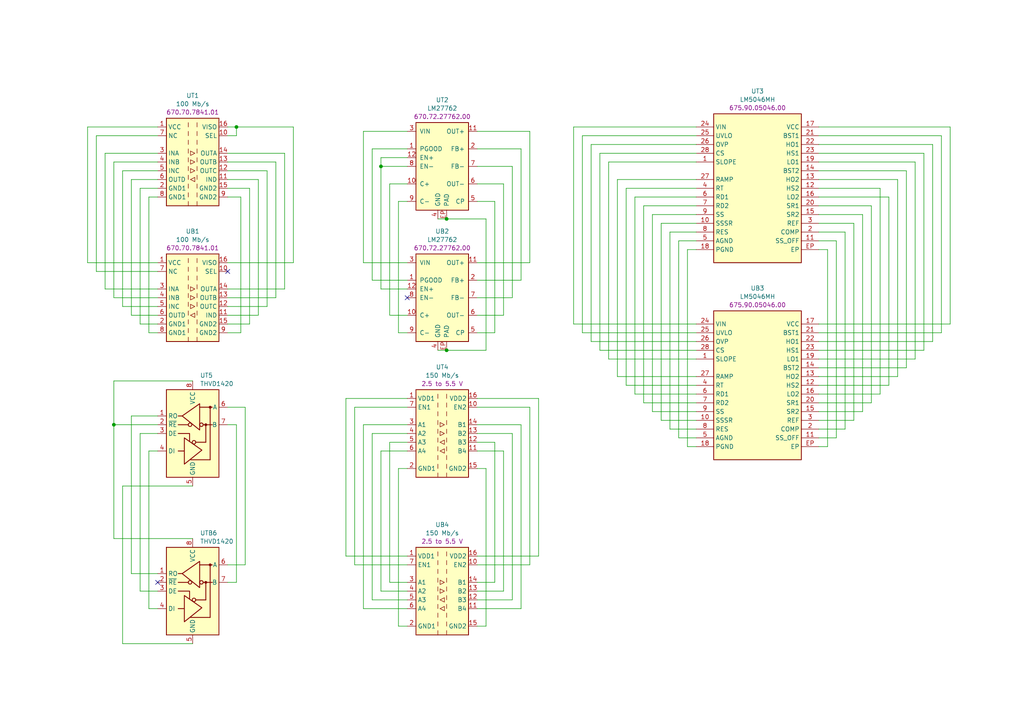
<source format=kicad_sch>
(kicad_sch (version 20250114) (generator "eeschema") (generator_version "9.0")
  (paper "A4")
  (title_block (title "CQ2") (date "2024-08-03") (rev "0") (comment 1 "CPCI/S Controlled Dual PSU") (comment 2 "Manfred Schmitz") (comment 3 "tbd") (comment 4 "2024-07-03") (comment 5 "tbd") (comment 6 "A"))
  (lib_symbols
    (symbol "ci4rail-database:integrated/129"
      (property "Reference" "U44" (at 0 28.1587 0))
      (property "Value" "LM5046MH" (at 0 25.7344 0))
      (property "ERP2" "675.90.05046.00" (at 0 23.3101 0))
      (symbol "integrated/129_1_1"
        (rectangle (start -12.7 21.59) (end 12.7 -21.59) (stroke (width 0.254)) (fill (type background)))
        (pin passive line (at -17.78 17.78 0) (length 5.08) (name "VIN") (number "24"))
        (pin passive line (at -17.78 15.24 0) (length 5.08) (name "UVLO") (number "25"))
        (pin passive line (at -17.78 12.7 0) (length 5.08) (name "OVP") (number "26"))
        (pin passive line (at -17.78 10.16 0) (length 5.08) (name "CS") (number "28"))
        (pin passive line (at -17.78 7.62 0) (length 5.08) (name "SLOPE") (number "1"))
        (pin passive line (at -17.78 2.54 0) (length 5.08) (name "RAMP") (number "27"))
        (pin passive line (at -17.78 0 0) (length 5.08) (name "RT") (number "4"))
        (pin passive line (at -17.78 -2.54 0) (length 5.08) (name "RD1") (number "6"))
        (pin passive line (at -17.78 -5.08 0) (length 5.08) (name "RD2") (number "7"))
        (pin passive line (at -17.78 -7.62 0) (length 5.08) (name "SS") (number "9"))
        (pin passive line (at -17.78 -10.16 0) (length 5.08) (name "SSSR") (number "10"))
        (pin passive line (at -17.78 -12.7 0) (length 5.08) (name "RES") (number "8"))
        (pin passive line (at -17.78 -15.24 0) (length 5.08) (name "AGND") (number "5"))
        (pin passive line (at -17.78 -17.78 0) (length 5.08) (name "PGND") (number "18"))
        (pin passive line (at 17.78 17.78 180) (length 5.08) (name "VCC") (number "17"))
        (pin passive line (at 17.78 15.24 180) (length 5.08) (name "BST1") (number "21"))
        (pin passive line (at 17.78 12.7 180) (length 5.08) (name "HO1") (number "22"))
        (pin passive line (at 17.78 10.16 180) (length 5.08) (name "HS1") (number "23"))
        (pin passive line (at 17.78 7.62 180) (length 5.08) (name "LO1") (number "19"))
        (pin passive line (at 17.78 5.08 180) (length 5.08) (name "BST2") (number "14"))
        (pin passive line (at 17.78 2.54 180) (length 5.08) (name "HO2") (number "13"))
        (pin passive line (at 17.78 0 180) (length 5.08) (name "HS2") (number "12"))
        (pin passive line (at 17.78 -2.54 180) (length 5.08) (name "LO2") (number "16"))
        (pin passive line (at 17.78 -5.08 180) (length 5.08) (name "SR1") (number "20"))
        (pin passive line (at 17.78 -7.62 180) (length 5.08) (name "SR2") (number "15"))
        (pin passive line (at 17.78 -10.16 180) (length 5.08) (name "REF") (number "3"))
        (pin passive line (at 17.78 -12.7 180) (length 5.08) (name "COMP") (number "2"))
        (pin passive line (at 17.78 -15.24 180) (length 5.08) (name "SS_OFF") (number "11"))
        (pin passive line (at 17.78 -17.78 180) (length 5.08) (name "EP") (number "EP"))
      )
    )
    (symbol "ci4rail-database:integrated/135"
      (property "Reference" "U21" (at -0.508 16.51 0))
      (property "Value" "100 Mb/s" (at 0.508 13.97 0))
      (symbol "integrated/135_0_1"
        (rectangle (start -7.62 12.7) (end 7.62 -12.7) (stroke (width 0.254)) (fill (type background)))
        (polyline (pts (xy -1.27 11.43) (xy -1.27 10.16)))
        (polyline (pts (xy -1.27 8.89) (xy -1.27 7.62)))
        (polyline (pts (xy -1.27 6.35) (xy -1.27 5.08)))
        (polyline (pts (xy -1.27 3.81) (xy -1.27 2.54)))
        (polyline (pts (xy -1.27 1.27) (xy -1.27 0)))
        (polyline (pts (xy -1.27 -1.27) (xy -1.27 -2.54)))
        (polyline (pts (xy -1.27 -3.81) (xy -1.27 -5.08)))
        (polyline (pts (xy -1.27 -6.35) (xy -1.27 -7.62)))
        (polyline (pts (xy -1.27 -8.89) (xy -1.27 -10.16)))
        (polyline (pts (xy -1.27 -11.43) (xy -1.27 -12.7)))
        (polyline (pts (xy -0.635 3.175) (xy -0.635 1.905) (xy 0.635 2.54) (xy -0.635 3.175)))
        (polyline (pts (xy -0.635 0.635) (xy -0.635 -0.635) (xy 0.635 0) (xy -0.635 0.635)))
        (polyline (pts (xy -0.635 -1.905) (xy -0.635 -3.175) (xy 0.635 -2.54) (xy -0.635 -1.905)))
        (polyline (pts (xy -0.635 -5.08) (xy 0.635 -4.445) (xy 0.635 -5.715) (xy -0.635 -5.08)))
        (polyline (pts (xy 1.27 11.43) (xy 1.27 10.16)))
        (polyline (pts (xy 1.27 8.89) (xy 1.27 7.62)))
        (polyline (pts (xy 1.27 6.35) (xy 1.27 5.08)))
        (polyline (pts (xy 1.27 3.81) (xy 1.27 2.54)))
        (polyline (pts (xy 1.27 1.27) (xy 1.27 0)))
        (polyline (pts (xy 1.27 -1.27) (xy 1.27 -2.54)))
        (polyline (pts (xy 1.27 -3.81) (xy 1.27 -5.08)))
        (polyline (pts (xy 1.27 -6.35) (xy 1.27 -7.62)))
        (polyline (pts (xy 1.27 -8.89) (xy 1.27 -10.16)))
        (polyline (pts (xy 1.27 -11.43) (xy 1.27 -12.7)))
      )
      (symbol "integrated/135_1_1"
        (pin passive line (at -10.16 10.16 0) (length 2.54) (name "VCC") (number "1"))
        (pin passive line (at -10.16 7.62 0) (length 2.54) (name "NC") (number "7"))
        (pin passive line (at -10.16 2.54 0) (length 2.54) (name "INA") (number "3"))
        (pin passive line (at -10.16 0 0) (length 2.54) (name "INB") (number "4"))
        (pin passive line (at -10.16 -2.54 0) (length 2.54) (name "INC") (number "5"))
        (pin passive line (at -10.16 -5.08 0) (length 2.54) (name "OUTD") (number "6"))
        (pin passive line (at -10.16 -7.62 0) (length 2.54) (name "GND1") (number "2"))
        (pin passive line (at -10.16 -10.16 0) (length 2.54) (name "GND1") (number "8"))
        (pin passive line (at 10.16 10.16 180) (length 2.54) (name "VISO") (number "16"))
        (pin passive line (at 10.16 7.62 180) (length 2.54) (name "SEL") (number "10"))
        (pin passive line (at 10.16 2.54 180) (length 2.54) (name "OUTA") (number "14"))
        (pin passive line (at 10.16 0 180) (length 2.54) (name "OUTB") (number "13"))
        (pin passive line (at 10.16 -2.54 180) (length 2.54) (name "OUTC") (number "12"))
        (pin passive line (at 10.16 -5.08 180) (length 2.54) (name "IND") (number "11"))
        (pin passive line (at 10.16 -7.62 180) (length 2.54) (name "GND2") (number "15"))
        (pin passive line (at 10.16 -10.16 180) (length 2.54) (name "GND2") (number "9"))
      )
    )
    (symbol "ci4rail-database:integrated/144" (pin_names (offset 1.016))
      (property "Reference" "U" (at 0 16.764 0))
      (property "Value" "LM27762" (at 0.508 14.224 0))
      (symbol "integrated/144_0_1"
        (rectangle (start -7.62 12.7) (end 7.62 -12.7) (stroke (width 0.254)) (fill (type background)))
      )
      (symbol "integrated/144_1_1"
        (pin power_in line (at -10.16 10.16 0) (length 2.56) (name "VIN") (number "3"))
        (pin open_collector line (at -10.16 5.08 0) (length 2.56) (name "PGOOD") (number "1"))
        (pin input line (at -10.16 2.54 0) (length 2.56) (name "EN+") (number "12"))
        (pin input line (at -10.16 0 0) (length 2.56) (name "EN-") (number "8"))
        (pin passive line (at -10.16 -5.08 0) (length 2.56) (name "C+") (number "10"))
        (pin passive line (at -10.16 -10.16 0) (length 2.56) (name "C-") (number "9"))
        (pin power_in line (at -1.27 -15.24 90) (length 2.56) (name "GND") (number "4"))
        (pin power_in line (at 1.27 -15.24 90) (length 2.56) (name "PAD") (number "EP"))
        (pin power_out line (at 10.16 10.16 180) (length 2.56) (name "OUT+") (number "11"))
        (pin input line (at 10.16 5.08 180) (length 2.56) (name "FB+") (number "2"))
        (pin input line (at 10.16 0 180) (length 2.56) (name "FB-") (number "7"))
        (pin power_out line (at 10.16 -5.08 180) (length 2.56) (name "OUT-") (number "6"))
        (pin passive line (at 10.16 -10.16 180) (length 2.56) (name "CP") (number "5"))
      )
    )
    (symbol "ci4rail-database:integrated/32"
      (property "Reference" "U" (at -6.985 13.97 0))
      (property "Value" "THVD1420" (at 7.62 13.97 0))
      (symbol "integrated/32_0_1"
        (rectangle (start -7.62 12.7) (end 7.62 -12.7) (stroke (width 0.254)) (fill (type background)))
        (polyline (pts (xy -4.191 2.54) (xy -1.27 2.54)) (stroke (width 0.254)))
        (polyline (pts (xy -4.191 0) (xy -0.889 0) (xy -0.889 -2.286)) (stroke (width 0.254)))
        (polyline (pts (xy -3.175 5.08) (xy -4.191 5.08) (xy -4.064 5.08)) (stroke (width 0.254)))
        (polyline (pts (xy -2.54 -5.08) (xy -4.191 -5.08)) (stroke (width 0.254)))
        (polyline (pts (xy -2.413 -5.08) (xy -2.413 -1.27) (xy 2.667 -4.826) (xy -2.413 -8.89) (xy -2.413 -5.08)) (stroke (width 0.254)))
        (polyline (pts (xy -0.635 -7.62) (xy 5.08 -7.62)) (stroke (width 0.254)))
        (circle (center 0.381 -2.54) (radius 0.508) (stroke (width 0.254)))
        (polyline (pts (xy 0.889 -2.54) (xy 3.81 -2.54)) (stroke (width 0.254)))
        (polyline (pts (xy 2.032 7.62) (xy 5.715 7.62)) (stroke (width 0.254)))
        (polyline (pts (xy 3.048 2.54) (xy 5.715 2.54)) (stroke (width 0.254)))
        (circle (center 3.81 2.54) (radius 0.2794) (stroke (width 0.254)) (fill (type outline)))
        (polyline (pts (xy 3.81 -2.54) (xy 3.81 2.54)) (stroke (width 0.254)))
        (polyline (pts (xy 5.08 -7.62) (xy 5.08 7.62)) (stroke (width 0.254)))
      )
      (symbol "integrated/32_1_1"
        (circle (center -0.762 2.54) (radius 0.508) (stroke (width 0.254)))
        (polyline (pts (xy 2.032 4.826) (xy 2.032 8.636) (xy -3.048 5.08) (xy 2.032 1.016) (xy 2.032 4.826)) (stroke (width 0.254)))
        (circle (center 2.54 2.54) (radius 0.508) (stroke (width 0.254)))
        (circle (center 5.08 7.62) (radius 0.2794) (stroke (width 0.254)) (fill (type outline)))
        (pin passive line (at -10.16 5.08 0) (length 2.54) (name "RO") (number "1"))
        (pin passive line (at -10.16 2.54 0) (length 2.54) (name "~{RE}") (number "2"))
        (pin passive line (at -10.16 0 0) (length 2.54) (name "DE") (number "3"))
        (pin passive line (at -10.16 -5.08 0) (length 2.54) (name "DI") (number "4"))
        (pin passive line (at 0 15.24 270) (length 2.54) (name "VCC") (number "8"))
        (pin passive line (at 0 -15.24 90) (length 2.54) (name "GND") (number "5"))
        (pin passive line (at 10.16 7.62 180) (length 2.54) (name "A") (number "6"))
        (pin passive line (at 10.16 2.54 180) (length 2.54) (name "B") (number "7"))
      )
    )
    (symbol "ci4rail-database:integrated/97"
      (property "Reference" "U" (at 0 15.875 0))
      (property "Value" "150 Mb/s" (at 0 13.97 0))
      (property "Value3" "2.5 to 5.5 V" (at 0 0 0))
      (symbol "integrated/97_0_1"
        (rectangle (start -7.62 12.7) (end 7.62 -12.7) (stroke (width 0.254)) (fill (type background)))
        (polyline (pts (xy -1.27 11.43) (xy -1.27 10.16)))
        (polyline (pts (xy -1.27 8.89) (xy -1.27 7.62)))
        (polyline (pts (xy -1.27 6.35) (xy -1.27 5.08)))
        (polyline (pts (xy -1.27 3.81) (xy -1.27 2.54)))
        (polyline (pts (xy -1.27 1.27) (xy -1.27 0)))
        (polyline (pts (xy -1.27 -1.27) (xy -1.27 -2.54)))
        (polyline (pts (xy -1.27 -3.81) (xy -1.27 -5.08)))
        (polyline (pts (xy -1.27 -6.35) (xy -1.27 -7.62)))
        (polyline (pts (xy -1.27 -8.89) (xy -1.27 -10.16)))
        (polyline (pts (xy -1.27 -11.43) (xy -1.27 -12.7)))
        (polyline (pts (xy -0.635 3.175) (xy -0.635 1.905) (xy 0.635 2.54) (xy -0.635 3.175)))
        (polyline (pts (xy -0.635 0.635) (xy -0.635 -0.635) (xy 0.635 0) (xy -0.635 0.635)))
        (polyline (pts (xy -0.635 -2.54) (xy 0.635 -1.905) (xy 0.635 -3.175) (xy -0.635 -2.54)))
        (polyline (pts (xy -0.635 -5.08) (xy 0.635 -4.445) (xy 0.635 -5.715) (xy -0.635 -5.08)))
        (polyline (pts (xy 1.27 11.43) (xy 1.27 10.16)))
        (polyline (pts (xy 1.27 8.89) (xy 1.27 7.62)))
        (polyline (pts (xy 1.27 6.35) (xy 1.27 5.08)))
        (polyline (pts (xy 1.27 3.81) (xy 1.27 2.54)))
        (polyline (pts (xy 1.27 1.27) (xy 1.27 0)))
        (polyline (pts (xy 1.27 -1.27) (xy 1.27 -2.54)))
        (polyline (pts (xy 1.27 -3.81) (xy 1.27 -5.08)))
        (polyline (pts (xy 1.27 -6.35) (xy 1.27 -7.62)))
        (polyline (pts (xy 1.27 -8.89) (xy 1.27 -10.16)))
        (polyline (pts (xy 1.27 -11.43) (xy 1.27 -12.7)))
      )
      (symbol "integrated/97_1_1"
        (pin passive line (at -10.16 10.16 0) (length 2.54) (name "VDD1") (number "1"))
        (pin passive line (at -10.16 7.62 0) (length 2.54) (name "EN1") (number "7"))
        (pin passive line (at -10.16 2.54 0) (length 2.54) (name "A1") (number "3"))
        (pin passive line (at -10.16 0 0) (length 2.54) (name "A2") (number "4"))
        (pin passive line (at -10.16 -2.54 0) (length 2.54) (name "A3") (number "5"))
        (pin passive line (at -10.16 -5.08 0) (length 2.54) (name "A4") (number "6"))
        (pin passive line (at -10.16 -10.16 0) (length 2.54) (name "GND1") (number "2"))
        (pin passive line (at -10.16 -10.16 0) (length 2.54) (hide yes) (name "GND1") (number "8"))
        (pin passive line (at 10.16 10.16 180) (length 2.54) (name "VDD2") (number "16"))
        (pin passive line (at 10.16 7.62 180) (length 2.54) (name "EN2") (number "10"))
        (pin passive line (at 10.16 2.54 180) (length 2.54) (name "B1") (number "14"))
        (pin passive line (at 10.16 0 180) (length 2.54) (name "B2") (number "13"))
        (pin passive line (at 10.16 -2.54 180) (length 2.54) (name "B3") (number "12"))
        (pin passive line (at 10.16 -5.08 180) (length 2.54) (name "B4") (number "11"))
        (pin passive line (at 10.16 -10.16 180) (length 2.54) (name "GND2") (number "15"))
        (pin passive line (at 10.16 -10.16 180) (length 2.54) (hide yes) (name "GND2") (number "9"))
      )
    )
  )
  (junction (at 129.54 63.5))
  (junction (at 129.54 101.6))
  (junction (at 68.58 36.83))
  (junction (at 33.02 123.19))
  (junction (at 110.49 48.26))
  (no_connect (at 66.04 78.74))
  (no_connect (at 45.72 168.91))
  (no_connect (at 118.11 86.36))
  (wire (pts (xy 148.59 48.26) (xy 138.43 48.26)))
  (wire (pts (xy 40.64 171.45) (xy 45.72 171.45)))
  (wire (pts (xy 107.95 125.73) (xy 118.11 125.73)))
  (wire (pts (xy 118.11 181.61) (xy 115.57 181.61)))
  (wire (pts (xy 35.56 186.69) (xy 35.56 140.97)))
  (wire (pts (xy 201.93 129.54) (xy 199.39 129.54)))
  (wire (pts (xy 237.49 49.53) (xy 262.89 49.53)))
  (wire (pts (xy 66.04 93.98) (xy 72.39 93.98)))
  (wire (pts (xy 146.05 171.45) (xy 146.05 130.81)))
  (wire (pts (xy 237.49 109.22) (xy 260.35 109.22)))
  (wire (pts (xy 237.49 104.14) (xy 265.43 104.14)))
  (wire (pts (xy 153.67 118.11) (xy 138.43 118.11)))
  (wire (pts (xy 173.99 44.45) (xy 173.99 101.6)))
  (wire (pts (xy 257.81 111.76) (xy 257.81 57.15)))
  (wire (pts (xy 242.57 127) (xy 242.57 69.85)))
  (wire (pts (xy 35.56 140.97) (xy 55.88 140.97)))
  (wire (pts (xy 45.72 83.82) (xy 30.48 83.82)))
  (wire (pts (xy 138.43 171.45) (xy 146.05 171.45)))
  (wire (pts (xy 245.11 124.46) (xy 237.49 124.46)))
  (wire (pts (xy 237.49 67.31) (xy 245.11 67.31)))
  (wire (pts (xy 45.72 52.07) (xy 38.1 52.07)))
  (wire (pts (xy 45.72 39.37) (xy 27.94 39.37)))
  (wire (pts (xy 71.12 163.83) (xy 71.12 118.11)))
  (wire (pts (xy 138.43 181.61) (xy 140.97 181.61)))
  (wire (pts (xy 186.69 59.69) (xy 186.69 116.84)))
  (wire (pts (xy 148.59 125.73) (xy 148.59 173.99)))
  (wire (pts (xy 199.39 129.54) (xy 199.39 72.39)))
  (wire (pts (xy 237.49 99.06) (xy 270.51 99.06)))
  (wire (pts (xy 25.4 36.83) (xy 45.72 36.83)))
  (wire (pts (xy 38.1 166.37) (xy 38.1 120.65)))
  (wire (pts (xy 153.67 163.83) (xy 153.67 118.11)))
  (wire (pts (xy 181.61 54.61) (xy 201.93 54.61)))
  (wire (pts (xy 140.97 63.5) (xy 140.97 101.6)))
  (wire (pts (xy 115.57 96.52) (xy 115.57 58.42)))
  (wire (pts (xy 45.72 88.9) (xy 35.56 88.9)))
  (wire (pts (xy 176.53 46.99) (xy 201.93 46.99)))
  (wire (pts (xy 237.49 116.84) (xy 252.73 116.84)))
  (wire (pts (xy 118.11 123.19) (xy 105.41 123.19)))
  (wire (pts (xy 201.93 52.07) (xy 179.07 52.07)))
  (wire (pts (xy 82.55 44.45) (xy 82.55 83.82)))
  (wire (pts (xy 237.49 57.15) (xy 257.81 57.15)))
  (wire (pts (xy 66.04 83.82) (xy 82.55 83.82)))
  (wire (pts (xy 194.31 124.46) (xy 194.31 67.31)))
  (wire (pts (xy 43.18 57.15) (xy 43.18 96.52)))
  (wire (pts (xy 33.02 46.99) (xy 33.02 86.36)))
  (wire (pts (xy 66.04 91.44) (xy 74.93 91.44)))
  (wire (pts (xy 115.57 135.89) (xy 118.11 135.89)))
  (wire (pts (xy 85.09 36.83) (xy 68.58 36.83)))
  (wire (pts (xy 35.56 88.9) (xy 35.56 49.53)))
  (wire (pts (xy 262.89 49.53) (xy 262.89 106.68)))
  (wire (pts (xy 45.72 57.15) (xy 43.18 57.15)))
  (wire (pts (xy 156.21 161.29) (xy 156.21 115.57)))
  (wire (pts (xy 237.49 62.23) (xy 250.19 62.23)))
  (wire (pts (xy 113.03 128.27) (xy 118.11 128.27)))
  (wire (pts (xy 118.11 45.72) (xy 110.49 45.72)))
  (wire (pts (xy 118.11 91.44) (xy 113.03 91.44)))
  (wire (pts (xy 153.67 76.2) (xy 153.67 38.1)))
  (wire (pts (xy 201.93 111.76) (xy 181.61 111.76)))
  (wire (pts (xy 168.91 39.37) (xy 168.91 96.52)))
  (wire (pts (xy 45.72 76.2) (xy 25.4 76.2)))
  (wire (pts (xy 138.43 125.73) (xy 148.59 125.73)))
  (wire (pts (xy 255.27 114.3) (xy 237.49 114.3)))
  (wire (pts (xy 196.85 69.85) (xy 196.85 127)))
  (wire (pts (xy 102.87 163.83) (xy 102.87 118.11)))
  (wire (pts (xy 265.43 104.14) (xy 265.43 46.99)))
  (wire (pts (xy 105.41 176.53) (xy 118.11 176.53)))
  (wire (pts (xy 237.49 93.98) (xy 275.59 93.98)))
  (wire (pts (xy 201.93 93.98) (xy 166.37 93.98)))
  (wire (pts (xy 100.33 161.29) (xy 100.33 115.57)))
  (wire (pts (xy 118.11 83.82) (xy 110.49 83.82)))
  (wire (pts (xy 66.04 36.83) (xy 68.58 36.83)))
  (wire (pts (xy 45.72 166.37) (xy 38.1 166.37)))
  (wire (pts (xy 113.03 168.91) (xy 113.03 128.27)))
  (wire (pts (xy 43.18 130.81) (xy 45.72 130.81)))
  (wire (pts (xy 201.93 69.85) (xy 196.85 69.85)))
  (wire (pts (xy 250.19 62.23) (xy 250.19 119.38)))
  (wire (pts (xy 237.49 127) (xy 242.57 127)))
  (wire (pts (xy 242.57 69.85) (xy 237.49 69.85)))
  (wire (pts (xy 35.56 49.53) (xy 45.72 49.53)))
  (wire (pts (xy 176.53 104.14) (xy 176.53 46.99)))
  (wire (pts (xy 140.97 135.89) (xy 138.43 135.89)))
  (wire (pts (xy 151.13 123.19) (xy 138.43 123.19)))
  (wire (pts (xy 45.72 176.53) (xy 43.18 176.53)))
  (wire (pts (xy 118.11 173.99) (xy 107.95 173.99)))
  (wire (pts (xy 127 101.6) (xy 129.54 101.6)))
  (wire (pts (xy 255.27 54.61) (xy 255.27 114.3)))
  (wire (pts (xy 191.77 121.92) (xy 201.93 121.92)))
  (wire (pts (xy 143.51 168.91) (xy 143.51 128.27)))
  (wire (pts (xy 40.64 54.61) (xy 45.72 54.61)))
  (wire (pts (xy 151.13 176.53) (xy 151.13 123.19)))
  (wire (pts (xy 55.88 186.69) (xy 35.56 186.69)))
  (wire (pts (xy 118.11 96.52) (xy 115.57 96.52)))
  (wire (pts (xy 105.41 123.19) (xy 105.41 176.53)))
  (wire (pts (xy 267.97 44.45) (xy 267.97 101.6)))
  (wire (pts (xy 237.49 39.37) (xy 273.05 39.37)))
  (wire (pts (xy 102.87 118.11) (xy 118.11 118.11)))
  (wire (pts (xy 33.02 86.36) (xy 45.72 86.36)))
  (wire (pts (xy 38.1 52.07) (xy 38.1 91.44)))
  (wire (pts (xy 68.58 123.19) (xy 66.04 123.19)))
  (wire (pts (xy 138.43 168.91) (xy 143.51 168.91)))
  (wire (pts (xy 40.64 125.73) (xy 40.64 171.45)))
  (wire (pts (xy 201.93 39.37) (xy 168.91 39.37)))
  (wire (pts (xy 33.02 123.19) (xy 33.02 110.49)))
  (wire (pts (xy 118.11 81.28) (xy 107.95 81.28)))
  (wire (pts (xy 33.02 123.19) (xy 33.02 156.21)))
  (wire (pts (xy 140.97 181.61) (xy 140.97 135.89)))
  (wire (pts (xy 66.04 86.36) (xy 80.01 86.36)))
  (wire (pts (xy 168.91 96.52) (xy 201.93 96.52)))
  (wire (pts (xy 107.95 81.28) (xy 107.95 43.18)))
  (wire (pts (xy 189.23 62.23) (xy 201.93 62.23)))
  (wire (pts (xy 105.41 38.1) (xy 118.11 38.1)))
  (wire (pts (xy 262.89 106.68) (xy 237.49 106.68)))
  (wire (pts (xy 138.43 91.44) (xy 146.05 91.44)))
  (wire (pts (xy 129.54 63.5) (xy 140.97 63.5)))
  (wire (pts (xy 69.85 96.52) (xy 69.85 57.15)))
  (wire (pts (xy 201.93 119.38) (xy 189.23 119.38)))
  (wire (pts (xy 71.12 118.11) (xy 66.04 118.11)))
  (wire (pts (xy 66.04 168.91) (xy 68.58 168.91)))
  (wire (pts (xy 201.93 59.69) (xy 186.69 59.69)))
  (wire (pts (xy 143.51 58.42) (xy 138.43 58.42)))
  (wire (pts (xy 118.11 76.2) (xy 105.41 76.2)))
  (wire (pts (xy 118.11 163.83) (xy 102.87 163.83)))
  (wire (pts (xy 201.93 114.3) (xy 184.15 114.3)))
  (wire (pts (xy 196.85 127) (xy 201.93 127)))
  (wire (pts (xy 110.49 171.45) (xy 110.49 130.81)))
  (wire (pts (xy 74.93 52.07) (xy 66.04 52.07)))
  (wire (pts (xy 151.13 81.28) (xy 151.13 43.18)))
  (wire (pts (xy 184.15 114.3) (xy 184.15 57.15)))
  (wire (pts (xy 237.49 44.45) (xy 267.97 44.45)))
  (wire (pts (xy 237.49 111.76) (xy 257.81 111.76)))
  (wire (pts (xy 110.49 130.81) (xy 118.11 130.81)))
  (wire (pts (xy 118.11 161.29) (xy 100.33 161.29)))
  (wire (pts (xy 138.43 163.83) (xy 153.67 163.83)))
  (wire (pts (xy 186.69 116.84) (xy 201.93 116.84)))
  (wire (pts (xy 72.39 93.98) (xy 72.39 54.61)))
  (wire (pts (xy 138.43 81.28) (xy 151.13 81.28)))
  (wire (pts (xy 273.05 96.52) (xy 237.49 96.52)))
  (wire (pts (xy 273.05 39.37) (xy 273.05 96.52)))
  (wire (pts (xy 275.59 93.98) (xy 275.59 36.83)))
  (wire (pts (xy 55.88 156.21) (xy 33.02 156.21)))
  (wire (pts (xy 77.47 88.9) (xy 77.47 49.53)))
  (wire (pts (xy 72.39 54.61) (xy 66.04 54.61)))
  (wire (pts (xy 173.99 101.6) (xy 201.93 101.6)))
  (wire (pts (xy 275.59 36.83) (xy 237.49 36.83)))
  (wire (pts (xy 45.72 125.73) (xy 40.64 125.73)))
  (wire (pts (xy 240.03 129.54) (xy 240.03 72.39)))
  (wire (pts (xy 237.49 129.54) (xy 240.03 129.54)))
  (wire (pts (xy 194.31 67.31) (xy 201.93 67.31)))
  (wire (pts (xy 66.04 44.45) (xy 82.55 44.45)))
  (wire (pts (xy 66.04 96.52) (xy 69.85 96.52)))
  (wire (pts (xy 189.23 119.38) (xy 189.23 62.23)))
  (wire (pts (xy 118.11 168.91) (xy 113.03 168.91)))
  (wire (pts (xy 127 63.5) (xy 129.54 63.5)))
  (wire (pts (xy 146.05 91.44) (xy 146.05 53.34)))
  (wire (pts (xy 201.93 99.06) (xy 171.45 99.06)))
  (wire (pts (xy 107.95 43.18) (xy 118.11 43.18)))
  (wire (pts (xy 43.18 96.52) (xy 45.72 96.52)))
  (wire (pts (xy 27.94 78.74) (xy 45.72 78.74)))
  (wire (pts (xy 105.41 76.2) (xy 105.41 38.1)))
  (wire (pts (xy 115.57 58.42) (xy 118.11 58.42)))
  (wire (pts (xy 151.13 43.18) (xy 138.43 43.18)))
  (wire (pts (xy 110.49 48.26) (xy 118.11 48.26)))
  (wire (pts (xy 27.94 39.37) (xy 27.94 78.74)))
  (wire (pts (xy 171.45 99.06) (xy 171.45 41.91)))
  (wire (pts (xy 80.01 46.99) (xy 66.04 46.99)))
  (wire (pts (xy 166.37 36.83) (xy 201.93 36.83)))
  (wire (pts (xy 68.58 39.37) (xy 68.58 36.83)))
  (wire (pts (xy 115.57 181.61) (xy 115.57 135.89)))
  (wire (pts (xy 66.04 88.9) (xy 77.47 88.9)))
  (wire (pts (xy 118.11 171.45) (xy 110.49 171.45)))
  (wire (pts (xy 25.4 76.2) (xy 25.4 36.83)))
  (wire (pts (xy 201.93 124.46) (xy 194.31 124.46)))
  (wire (pts (xy 245.11 67.31) (xy 245.11 124.46)))
  (wire (pts (xy 240.03 72.39) (xy 237.49 72.39)))
  (wire (pts (xy 69.85 57.15) (xy 66.04 57.15)))
  (wire (pts (xy 199.39 72.39) (xy 201.93 72.39)))
  (wire (pts (xy 237.49 121.92) (xy 247.65 121.92)))
  (wire (pts (xy 40.64 93.98) (xy 40.64 54.61)))
  (wire (pts (xy 247.65 121.92) (xy 247.65 64.77)))
  (wire (pts (xy 107.95 173.99) (xy 107.95 125.73)))
  (wire (pts (xy 201.93 64.77) (xy 191.77 64.77)))
  (wire (pts (xy 113.03 53.34) (xy 118.11 53.34)))
  (wire (pts (xy 66.04 163.83) (xy 71.12 163.83)))
  (wire (pts (xy 247.65 64.77) (xy 237.49 64.77)))
  (wire (pts (xy 153.67 38.1) (xy 138.43 38.1)))
  (wire (pts (xy 179.07 52.07) (xy 179.07 109.22)))
  (wire (pts (xy 148.59 86.36) (xy 148.59 48.26)))
  (wire (pts (xy 250.19 119.38) (xy 237.49 119.38)))
  (wire (pts (xy 252.73 59.69) (xy 237.49 59.69)))
  (wire (pts (xy 265.43 46.99) (xy 237.49 46.99)))
  (wire (pts (xy 171.45 41.91) (xy 201.93 41.91)))
  (wire (pts (xy 138.43 161.29) (xy 156.21 161.29)))
  (wire (pts (xy 33.02 110.49) (xy 55.88 110.49)))
  (wire (pts (xy 138.43 128.27) (xy 143.51 128.27)))
  (wire (pts (xy 138.43 96.52) (xy 143.51 96.52)))
  (wire (pts (xy 68.58 168.91) (xy 68.58 123.19)))
  (wire (pts (xy 181.61 111.76) (xy 181.61 54.61)))
  (wire (pts (xy 138.43 76.2) (xy 153.67 76.2)))
  (wire (pts (xy 267.97 101.6) (xy 237.49 101.6)))
  (wire (pts (xy 110.49 48.26) (xy 110.49 83.82)))
  (wire (pts (xy 45.72 93.98) (xy 40.64 93.98)))
  (wire (pts (xy 45.72 46.99) (xy 33.02 46.99)))
  (wire (pts (xy 66.04 76.2) (xy 85.09 76.2)))
  (wire (pts (xy 146.05 130.81) (xy 138.43 130.81)))
  (wire (pts (xy 38.1 91.44) (xy 45.72 91.44)))
  (wire (pts (xy 270.51 99.06) (xy 270.51 41.91)))
  (wire (pts (xy 33.02 123.19) (xy 45.72 123.19)))
  (wire (pts (xy 66.04 39.37) (xy 68.58 39.37)))
  (wire (pts (xy 30.48 83.82) (xy 30.48 44.45)))
  (wire (pts (xy 146.05 53.34) (xy 138.43 53.34)))
  (wire (pts (xy 138.43 86.36) (xy 148.59 86.36)))
  (wire (pts (xy 85.09 76.2) (xy 85.09 36.83)))
  (wire (pts (xy 138.43 176.53) (xy 151.13 176.53)))
  (wire (pts (xy 100.33 115.57) (xy 118.11 115.57)))
  (wire (pts (xy 179.07 109.22) (xy 201.93 109.22)))
  (wire (pts (xy 148.59 173.99) (xy 138.43 173.99)))
  (wire (pts (xy 270.51 41.91) (xy 237.49 41.91)))
  (wire (pts (xy 166.37 93.98) (xy 166.37 36.83)))
  (wire (pts (xy 252.73 116.84) (xy 252.73 59.69)))
  (wire (pts (xy 260.35 109.22) (xy 260.35 52.07)))
  (wire (pts (xy 80.01 86.36) (xy 80.01 46.99)))
  (wire (pts (xy 38.1 120.65) (xy 45.72 120.65)))
  (wire (pts (xy 156.21 115.57) (xy 138.43 115.57)))
  (wire (pts (xy 191.77 64.77) (xy 191.77 121.92)))
  (wire (pts (xy 30.48 44.45) (xy 45.72 44.45)))
  (wire (pts (xy 201.93 44.45) (xy 173.99 44.45)))
  (wire (pts (xy 113.03 91.44) (xy 113.03 53.34)))
  (wire (pts (xy 74.93 91.44) (xy 74.93 52.07)))
  (wire (pts (xy 143.51 96.52) (xy 143.51 58.42)))
  (wire (pts (xy 140.97 101.6) (xy 129.54 101.6)))
  (wire (pts (xy 260.35 52.07) (xy 237.49 52.07)))
  (wire (pts (xy 184.15 57.15) (xy 201.93 57.15)))
  (wire (pts (xy 110.49 45.72) (xy 110.49 48.26)))
  (wire (pts (xy 43.18 176.53) (xy 43.18 130.81)))
  (wire (pts (xy 237.49 54.61) (xy 255.27 54.61)))
  (wire (pts (xy 201.93 104.14) (xy 176.53 104.14)))
  (wire (pts (xy 77.47 49.53) (xy 66.04 49.53)))
  (symbol (lib_id "ci4rail-database:integrated/129") (at 219.71 54.61 0) (unit 1)
    (property "Reference" "UT3" (at 219.71 26.4513 0))
    (property "Value" "LM5046MH" (at 219.71 28.8756 0))
    (property "Footprint" "1-special:integrated-129" (effects (hide yes)))
    (property "Datasheet" "${KICAD_CI4RAIL_DATASHEET_DIR}/integrated-129" (effects (hide yes)))
    (property "Description" "Power Phase-Shifted Full-Bridge PWM Controller" (effects (hide yes)))
    (property "Value1" "14 to 100 V" (effects (hide yes)))
    (property "MPN" "TI LM5046SQ/NOPB" (effects (hide yes)))
    (property "LTB" "2034" (effects (hide yes)))
    (property "ERP1" "integrated-129" (effects (hide yes)))
    (property "ERP2" "675.90.05046.00" (at 219.71 31.2999 0))
    (property "Cost" "4.12" (effects (hide yes)))
    (property "Lifecycle" "review pending CQ2" (effects (hide yes)))
    (property "Outline" "SMT QFN-28 5x5mm" (effects (hide yes)))
  )
  (symbol (lib_id "ci4rail-database:integrated/97") (at 128.27 171.45 0) (unit 1)
    (property "Reference" "UB4" (at 128.27 152.1813 0))
    (property "Value" "150 Mb/s" (at 128.27 154.6056 0))
    (property "Footprint" "0-standard:SOIC-16" (effects (hide yes)))
    (property "Datasheet" "${KICAD_CI4RAIL_DATASHEET_DIR}/M155-00001-01" (effects (hide yes)))
    (property "Description" "Isolator digtal 2R & 2T - SMT" (effects (hide yes)))
    (property "Value2" "Si8642BB-B-IS1" (effects (hide yes)))
    (property "Matchcode" "Digital Coupler SOP16 2.500Vrms 2R&2T" (effects (hide yes)))
    (property "Value3" "2.5 to 5.5 V" (at 128.27 157.0299 0))
    (property "Lifecycle" "released" (effects (hide yes)))
    (property "Value1" "2500 Vrms" (effects (hide yes)))
    (property "MPN" "Skyworks Si8642BB-B-IS1" (effects (hide yes)))
    (property "LTB" "2032" (effects (hide yes)))
    (property "ERP1" "M155-00001-01" (effects (hide yes)))
    (property "ERP2" "integrated-97" (effects (hide yes)))
    (property "Cost" "2.66" (effects (hide yes)))
  )
  (symbol (lib_id "ci4rail-database:integrated/97") (at 128.27 125.73 0) (unit 1)
    (property "Reference" "UT4" (at 128.27 106.4613 0))
    (property "Value" "150 Mb/s" (at 128.27 108.8856 0))
    (property "Footprint" "0-standard:SOIC-16" (effects (hide yes)))
    (property "Datasheet" "${KICAD_CI4RAIL_DATASHEET_DIR}/M155-00001-01" (effects (hide yes)))
    (property "Description" "Isolator digtal 2R & 2T - SMT" (effects (hide yes)))
    (property "Value2" "Si8642BB-B-IS1" (effects (hide yes)))
    (property "Matchcode" "Digital Coupler SOP16 2.500Vrms 2R&2T" (effects (hide yes)))
    (property "Value3" "2.5 to 5.5 V" (at 128.27 111.3099 0))
    (property "Lifecycle" "released" (effects (hide yes)))
    (property "Value1" "2500 Vrms" (effects (hide yes)))
    (property "MPN" "Skyworks Si8642BB-B-IS1" (effects (hide yes)))
    (property "LTB" "2032" (effects (hide yes)))
    (property "ERP1" "M155-00001-01" (effects (hide yes)))
    (property "ERP2" "integrated-97" (effects (hide yes)))
    (property "Cost" "2.66" (effects (hide yes)))
  )
  (symbol (lib_id "ci4rail-database:integrated/32") (at 55.88 125.73 0) (unit 1)
    (property "Reference" "UT5" (at 58.0233 108.8855 0) (effects (justify left)))
    (property "Value" "THVD1420" (at 58.0233 111.3098 0) (effects (justify left)))
    (property "Footprint" "0-standard:SOIC-8" (effects (hide yes)))
    (property "Datasheet" "${KICAD_CI4RAIL_DATASHEET_DIR}/M162-00002-01" (effects (hide yes)))
    (property "Description" "Transceiver RS485 - SMT" (effects (hide yes)))
    (property "Value2" "13 Mb/s" (effects (hide yes)))
    (property "Matchcode" "RS485 Transceiver SOIC8 500kb/s 3-5.5V" (effects (hide yes)))
    (property "Lifecycle" "released" (effects (hide yes)))
    (property "Value1" "3.0 to 5.5 V" (effects (hide yes)))
    (property "MPN" "TI THVD1420DR" (effects (hide yes)))
    (property "LTB" "2032" (effects (hide yes)))
    (property "ERP1" "M162-00002-01" (effects (hide yes)))
    (property "ERP2" "integrated-32" (effects (hide yes)))
    (property "Cost" "1.00" (effects (hide yes)))
  )
  (symbol (lib_id "ci4rail-database:integrated/129") (at 219.71 111.76 0) (unit 1)
    (property "Reference" "UB3" (at 219.71 83.6013 0))
    (property "Value" "LM5046MH" (at 219.71 86.0256 0))
    (property "Footprint" "1-special:integrated-129" (effects (hide yes)))
    (property "Datasheet" "${KICAD_CI4RAIL_DATASHEET_DIR}/integrated-129" (effects (hide yes)))
    (property "Description" "Power Phase-Shifted Full-Bridge PWM Controller" (effects (hide yes)))
    (property "Value1" "14 to 100 V" (effects (hide yes)))
    (property "MPN" "TI LM5046SQ/NOPB" (effects (hide yes)))
    (property "LTB" "2034" (effects (hide yes)))
    (property "ERP1" "integrated-129" (effects (hide yes)))
    (property "ERP2" "675.90.05046.00" (at 219.71 88.4499 0))
    (property "Cost" "4.12" (effects (hide yes)))
    (property "Lifecycle" "review pending CQ2" (effects (hide yes)))
    (property "Outline" "SMT QFN-28 5x5mm" (effects (hide yes)))
  )
  (symbol (lib_id "ci4rail-database:integrated/144") (at 128.27 86.36 0) (unit 1)
    (property "Reference" "UB2" (at 128.27 67.0913 0))
    (property "Value" "LM27762" (at 128.27 69.5156 0))
    (property "Footprint" "1-special:integrated-144" (effects (hide yes)))
    (property "Datasheet" "${KICAD_CI4RAIL_DATASHEET_DIR}/integrated-144" (effects (hide yes)))
    (property "Description" "Power Charge Pump with LDO" (effects (hide yes)))
    (property "Value1" "2.7 to 5.5V" (effects (hide yes)))
    (property "Value2" "+-1.5 to +- 5V" (effects (hide yes)))
    (property "Value3" "100 mA" (effects (hide yes)))
    (property "MPN" "TI LM27762DSSR" (effects (hide yes)))
    (property "LTB" "2034" (effects (hide yes)))
    (property "ERP1" "integrated-144" (effects (hide yes)))
    (property "ERP2" "670.72.27762.00" (at 128.27 71.9399 0))
    (property "Cost" "1.29" (effects (hide yes)))
    (property "Lifecycle" "review pending CQ2" (effects (hide yes)))
    (property "Outline" "SMT WSON-12" (effects (hide yes)))
  )
  (symbol (lib_id "ci4rail-database:integrated/135") (at 55.88 46.99 0) (unit 1)
    (property "Reference" "UT1" (at 55.88 27.7213 0))
    (property "Value" "100 Mb/s" (at 55.88 30.1456 0))
    (property "Footprint" "0-standard:SOIC-16W" (effects (hide yes)))
    (property "Datasheet" "${KICAD_CI4RAIL_DATASHEET_DIR}/integrated-135" (effects (hide yes)))
    (property "Description" "Isolator digital 3R & 1T DC/DC" (effects (hide yes)))
    (property "ERP2" "670.70.7841.01" (at 55.88 32.5699 0))
    (property "Value1" "5000 Vrms" (effects (hide yes)))
    (property "Value3" "3.15V to 5.5V" (effects (hide yes)))
    (property "MPN" "TI ISOW7841DWE" (effects (hide yes)))
    (property "MPN1" "Würth 18024115401L" (effects (hide yes)))
    (property "LTB" "2034" (effects (hide yes)))
    (property "ERP1" "integrated-135" (effects (hide yes)))
    (property "Cost" "6.88" (effects (hide yes)))
    (property "Lifecycle" "ERP1 pending SO1" (effects (hide yes)))
    (property "Outline" "SMT SOIC-16W" (effects (hide yes)))
  )
  (symbol (lib_id "ci4rail-database:integrated/144") (at 128.27 48.26 0) (unit 1)
    (property "Reference" "UT2" (at 128.27 28.9913 0))
    (property "Value" "LM27762" (at 128.27 31.4156 0))
    (property "Footprint" "1-special:integrated-144" (effects (hide yes)))
    (property "Datasheet" "${KICAD_CI4RAIL_DATASHEET_DIR}/integrated-144" (effects (hide yes)))
    (property "Description" "Power Charge Pump with LDO" (effects (hide yes)))
    (property "Value1" "2.7 to 5.5V" (effects (hide yes)))
    (property "Value2" "+-1.5 to +- 5V" (effects (hide yes)))
    (property "Value3" "100 mA" (effects (hide yes)))
    (property "MPN" "TI LM27762DSSR" (effects (hide yes)))
    (property "LTB" "2034" (effects (hide yes)))
    (property "ERP1" "integrated-144" (effects (hide yes)))
    (property "ERP2" "670.72.27762.00" (at 128.27 33.8399 0))
    (property "Cost" "1.29" (effects (hide yes)))
    (property "Lifecycle" "review pending CQ2" (effects (hide yes)))
    (property "Outline" "SMT WSON-12" (effects (hide yes)))
  )
  (symbol (lib_id "ci4rail-database:integrated/135") (at 55.88 86.36 0) (unit 1)
    (property "Reference" "UB1" (at 55.88 67.0913 0))
    (property "Value" "100 Mb/s" (at 55.88 69.5156 0))
    (property "Footprint" "0-standard:SOIC-16W" (effects (hide yes)))
    (property "Datasheet" "${KICAD_CI4RAIL_DATASHEET_DIR}/integrated-135" (effects (hide yes)))
    (property "Description" "Isolator digital 3R & 1T DC/DC" (effects (hide yes)))
    (property "ERP2" "670.70.7841.01" (at 55.88 71.9399 0))
    (property "Value1" "5000 Vrms" (effects (hide yes)))
    (property "Value3" "3.15V to 5.5V" (effects (hide yes)))
    (property "MPN" "TI ISOW7841DWE" (effects (hide yes)))
    (property "MPN1" "Würth 18024115401L" (effects (hide yes)))
    (property "LTB" "2034" (effects (hide yes)))
    (property "ERP1" "integrated-135" (effects (hide yes)))
    (property "Cost" "6.88" (effects (hide yes)))
    (property "Lifecycle" "ERP1 pending SO1" (effects (hide yes)))
    (property "Outline" "SMT SOIC-16W" (effects (hide yes)))
  )
  (symbol (lib_id "ci4rail-database:integrated/32") (at 55.88 171.45 0) (unit 1)
    (property "Reference" "UTB6" (at 58.0233 154.6055 0) (effects (justify left)))
    (property "Value" "THVD1420" (at 58.0233 157.0298 0) (effects (justify left)))
    (property "Footprint" "0-standard:SOIC-8" (effects (hide yes)))
    (property "Datasheet" "${KICAD_CI4RAIL_DATASHEET_DIR}/M162-00002-01" (effects (hide yes)))
    (property "Description" "Transceiver RS485 - SMT" (effects (hide yes)))
    (property "Value2" "13 Mb/s" (effects (hide yes)))
    (property "Matchcode" "RS485 Transceiver SOIC8 500kb/s 3-5.5V" (effects (hide yes)))
    (property "Lifecycle" "released" (effects (hide yes)))
    (property "Value1" "3.0 to 5.5 V" (effects (hide yes)))
    (property "MPN" "TI THVD1420DR" (effects (hide yes)))
    (property "LTB" "2032" (effects (hide yes)))
    (property "ERP1" "M162-00002-01" (effects (hide yes)))
    (property "ERP2" "integrated-32" (effects (hide yes)))
    (property "Cost" "1.00" (effects (hide yes)))
  )
)
</source>
